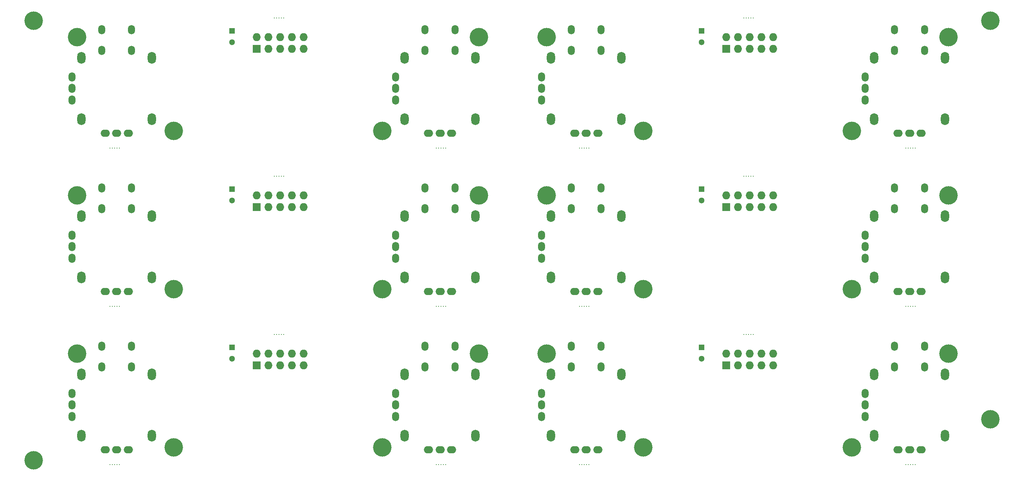
<source format=gbs>
G04 #@! TF.FileFunction,Soldermask,Bot*
%FSLAX46Y46*%
G04 Gerber Fmt 4.6, Leading zero omitted, Abs format (unit mm)*
G04 Created by KiCad (PCBNEW (2015-01-16 BZR 5376)-product) date 23/06/2015 15:38:06*
%MOMM*%
G01*
G04 APERTURE LIST*
%ADD10C,0.100000*%
%ADD11C,4.000000*%
%ADD12C,0.300000*%
%ADD13R,1.727200X1.727200*%
%ADD14O,1.727200X1.727200*%
%ADD15R,1.300000X1.300000*%
%ADD16C,1.300000*%
%ADD17O,1.800000X2.600000*%
%ADD18O,1.524000X2.000000*%
%ADD19O,2.000000X1.540000*%
G04 APERTURE END LIST*
D10*
D11*
X245110000Y-68580000D03*
X245110000Y-154940000D03*
X38100000Y-163830000D03*
X38100000Y-68580000D03*
D12*
X156210000Y-96139000D03*
D13*
X187960000Y-74676000D03*
D14*
X187960000Y-72136000D03*
X190500000Y-74676000D03*
X190500000Y-72136000D03*
X193040000Y-74676000D03*
X193040000Y-72136000D03*
X195580000Y-74676000D03*
X195580000Y-72136000D03*
X198120000Y-74676000D03*
X198120000Y-72136000D03*
D15*
X182658000Y-70736000D03*
D16*
X182658000Y-73236000D03*
D11*
X170053000Y-92456000D03*
X236093000Y-72136000D03*
X215138000Y-92456000D03*
X149098000Y-72136000D03*
D17*
X150008000Y-76586000D03*
X165308000Y-76586000D03*
X165308000Y-89886000D03*
X150008000Y-89886000D03*
D18*
X148008000Y-83236000D03*
X148008000Y-80736000D03*
X148008000Y-85736000D03*
D19*
X157658000Y-92986000D03*
X155158000Y-92986000D03*
X160158000Y-92986000D03*
D18*
X154408000Y-74986000D03*
X160908000Y-74986000D03*
X160908000Y-70486000D03*
X154408000Y-70486000D03*
D17*
X220008000Y-76586000D03*
X235308000Y-76586000D03*
X235308000Y-89886000D03*
X220008000Y-89886000D03*
D18*
X218008000Y-83236000D03*
X218008000Y-80736000D03*
X218008000Y-85736000D03*
D19*
X227658000Y-92986000D03*
X225158000Y-92986000D03*
X230158000Y-92986000D03*
D18*
X224408000Y-74986000D03*
X230908000Y-74986000D03*
X230908000Y-70486000D03*
X224408000Y-70486000D03*
D12*
X156718000Y-96139000D03*
X157734000Y-96139000D03*
X157226000Y-96139000D03*
X158242000Y-96139000D03*
X193802000Y-67945000D03*
X192786000Y-67945000D03*
X193294000Y-67945000D03*
X192278000Y-67945000D03*
X191770000Y-67945000D03*
X228854000Y-96139000D03*
X227838000Y-96139000D03*
X228346000Y-96139000D03*
X227330000Y-96139000D03*
X226822000Y-96139000D03*
X226822000Y-130429000D03*
X227330000Y-130429000D03*
X228346000Y-130429000D03*
X227838000Y-130429000D03*
X228854000Y-130429000D03*
X191770000Y-102235000D03*
X192278000Y-102235000D03*
X193294000Y-102235000D03*
X192786000Y-102235000D03*
X193802000Y-102235000D03*
X158242000Y-130429000D03*
X157226000Y-130429000D03*
X157734000Y-130429000D03*
X156718000Y-130429000D03*
D17*
X220008000Y-110876000D03*
X235308000Y-110876000D03*
X235308000Y-124176000D03*
X220008000Y-124176000D03*
D18*
X218008000Y-117526000D03*
X218008000Y-115026000D03*
X218008000Y-120026000D03*
D19*
X227658000Y-127276000D03*
X225158000Y-127276000D03*
X230158000Y-127276000D03*
D18*
X224408000Y-109276000D03*
X230908000Y-109276000D03*
X230908000Y-104776000D03*
X224408000Y-104776000D03*
D17*
X150008000Y-110876000D03*
X165308000Y-110876000D03*
X165308000Y-124176000D03*
X150008000Y-124176000D03*
D18*
X148008000Y-117526000D03*
X148008000Y-115026000D03*
X148008000Y-120026000D03*
D19*
X157658000Y-127276000D03*
X155158000Y-127276000D03*
X160158000Y-127276000D03*
D18*
X154408000Y-109276000D03*
X160908000Y-109276000D03*
X160908000Y-104776000D03*
X154408000Y-104776000D03*
D11*
X149098000Y-106426000D03*
X215138000Y-126746000D03*
X236093000Y-106426000D03*
X170053000Y-126746000D03*
D15*
X182658000Y-105026000D03*
D16*
X182658000Y-107526000D03*
D13*
X187960000Y-108966000D03*
D14*
X187960000Y-106426000D03*
X190500000Y-108966000D03*
X190500000Y-106426000D03*
X193040000Y-108966000D03*
X193040000Y-106426000D03*
X195580000Y-108966000D03*
X195580000Y-106426000D03*
X198120000Y-108966000D03*
X198120000Y-106426000D03*
D12*
X156210000Y-130429000D03*
X156210000Y-164719000D03*
D13*
X187960000Y-143256000D03*
D14*
X187960000Y-140716000D03*
X190500000Y-143256000D03*
X190500000Y-140716000D03*
X193040000Y-143256000D03*
X193040000Y-140716000D03*
X195580000Y-143256000D03*
X195580000Y-140716000D03*
X198120000Y-143256000D03*
X198120000Y-140716000D03*
D15*
X182658000Y-139316000D03*
D16*
X182658000Y-141816000D03*
D11*
X170053000Y-161036000D03*
X236093000Y-140716000D03*
X215138000Y-161036000D03*
X149098000Y-140716000D03*
D17*
X150008000Y-145166000D03*
X165308000Y-145166000D03*
X165308000Y-158466000D03*
X150008000Y-158466000D03*
D18*
X148008000Y-151816000D03*
X148008000Y-149316000D03*
X148008000Y-154316000D03*
D19*
X157658000Y-161566000D03*
X155158000Y-161566000D03*
X160158000Y-161566000D03*
D18*
X154408000Y-143566000D03*
X160908000Y-143566000D03*
X160908000Y-139066000D03*
X154408000Y-139066000D03*
D17*
X220008000Y-145166000D03*
X235308000Y-145166000D03*
X235308000Y-158466000D03*
X220008000Y-158466000D03*
D18*
X218008000Y-151816000D03*
X218008000Y-149316000D03*
X218008000Y-154316000D03*
D19*
X227658000Y-161566000D03*
X225158000Y-161566000D03*
X230158000Y-161566000D03*
D18*
X224408000Y-143566000D03*
X230908000Y-143566000D03*
X230908000Y-139066000D03*
X224408000Y-139066000D03*
D12*
X156718000Y-164719000D03*
X157734000Y-164719000D03*
X157226000Y-164719000D03*
X158242000Y-164719000D03*
X193802000Y-136525000D03*
X192786000Y-136525000D03*
X193294000Y-136525000D03*
X192278000Y-136525000D03*
X191770000Y-136525000D03*
X228854000Y-164719000D03*
X227838000Y-164719000D03*
X228346000Y-164719000D03*
X227330000Y-164719000D03*
X226822000Y-164719000D03*
X125222000Y-164719000D03*
X125730000Y-164719000D03*
X126746000Y-164719000D03*
X126238000Y-164719000D03*
X127254000Y-164719000D03*
X90170000Y-136525000D03*
X90678000Y-136525000D03*
X91694000Y-136525000D03*
X91186000Y-136525000D03*
X92202000Y-136525000D03*
X56642000Y-164719000D03*
X55626000Y-164719000D03*
X56134000Y-164719000D03*
X55118000Y-164719000D03*
D17*
X118408000Y-145166000D03*
X133708000Y-145166000D03*
X133708000Y-158466000D03*
X118408000Y-158466000D03*
D18*
X116408000Y-151816000D03*
X116408000Y-149316000D03*
X116408000Y-154316000D03*
D19*
X126058000Y-161566000D03*
X123558000Y-161566000D03*
X128558000Y-161566000D03*
D18*
X122808000Y-143566000D03*
X129308000Y-143566000D03*
X129308000Y-139066000D03*
X122808000Y-139066000D03*
D17*
X48408000Y-145166000D03*
X63708000Y-145166000D03*
X63708000Y-158466000D03*
X48408000Y-158466000D03*
D18*
X46408000Y-151816000D03*
X46408000Y-149316000D03*
X46408000Y-154316000D03*
D19*
X56058000Y-161566000D03*
X53558000Y-161566000D03*
X58558000Y-161566000D03*
D18*
X52808000Y-143566000D03*
X59308000Y-143566000D03*
X59308000Y-139066000D03*
X52808000Y-139066000D03*
D11*
X47498000Y-140716000D03*
X113538000Y-161036000D03*
X134493000Y-140716000D03*
X68453000Y-161036000D03*
D15*
X81058000Y-139316000D03*
D16*
X81058000Y-141816000D03*
D13*
X86360000Y-143256000D03*
D14*
X86360000Y-140716000D03*
X88900000Y-143256000D03*
X88900000Y-140716000D03*
X91440000Y-143256000D03*
X91440000Y-140716000D03*
X93980000Y-143256000D03*
X93980000Y-140716000D03*
X96520000Y-143256000D03*
X96520000Y-140716000D03*
D12*
X54610000Y-164719000D03*
X54610000Y-130429000D03*
D13*
X86360000Y-108966000D03*
D14*
X86360000Y-106426000D03*
X88900000Y-108966000D03*
X88900000Y-106426000D03*
X91440000Y-108966000D03*
X91440000Y-106426000D03*
X93980000Y-108966000D03*
X93980000Y-106426000D03*
X96520000Y-108966000D03*
X96520000Y-106426000D03*
D15*
X81058000Y-105026000D03*
D16*
X81058000Y-107526000D03*
D11*
X68453000Y-126746000D03*
X134493000Y-106426000D03*
X113538000Y-126746000D03*
X47498000Y-106426000D03*
D17*
X48408000Y-110876000D03*
X63708000Y-110876000D03*
X63708000Y-124176000D03*
X48408000Y-124176000D03*
D18*
X46408000Y-117526000D03*
X46408000Y-115026000D03*
X46408000Y-120026000D03*
D19*
X56058000Y-127276000D03*
X53558000Y-127276000D03*
X58558000Y-127276000D03*
D18*
X52808000Y-109276000D03*
X59308000Y-109276000D03*
X59308000Y-104776000D03*
X52808000Y-104776000D03*
D17*
X118408000Y-110876000D03*
X133708000Y-110876000D03*
X133708000Y-124176000D03*
X118408000Y-124176000D03*
D18*
X116408000Y-117526000D03*
X116408000Y-115026000D03*
X116408000Y-120026000D03*
D19*
X126058000Y-127276000D03*
X123558000Y-127276000D03*
X128558000Y-127276000D03*
D18*
X122808000Y-109276000D03*
X129308000Y-109276000D03*
X129308000Y-104776000D03*
X122808000Y-104776000D03*
D12*
X55118000Y-130429000D03*
X56134000Y-130429000D03*
X55626000Y-130429000D03*
X56642000Y-130429000D03*
X92202000Y-102235000D03*
X91186000Y-102235000D03*
X91694000Y-102235000D03*
X90678000Y-102235000D03*
X90170000Y-102235000D03*
X127254000Y-130429000D03*
X126238000Y-130429000D03*
X126746000Y-130429000D03*
X125730000Y-130429000D03*
X125222000Y-130429000D03*
X125222000Y-96139000D03*
X125730000Y-96139000D03*
X126746000Y-96139000D03*
X126238000Y-96139000D03*
X127254000Y-96139000D03*
X90170000Y-67945000D03*
X90678000Y-67945000D03*
X91694000Y-67945000D03*
X91186000Y-67945000D03*
X92202000Y-67945000D03*
X56642000Y-96139000D03*
X55626000Y-96139000D03*
X56134000Y-96139000D03*
X55118000Y-96139000D03*
D17*
X118408000Y-76586000D03*
X133708000Y-76586000D03*
X133708000Y-89886000D03*
X118408000Y-89886000D03*
D18*
X116408000Y-83236000D03*
X116408000Y-80736000D03*
X116408000Y-85736000D03*
D19*
X126058000Y-92986000D03*
X123558000Y-92986000D03*
X128558000Y-92986000D03*
D18*
X122808000Y-74986000D03*
X129308000Y-74986000D03*
X129308000Y-70486000D03*
X122808000Y-70486000D03*
D17*
X48408000Y-76586000D03*
X63708000Y-76586000D03*
X63708000Y-89886000D03*
X48408000Y-89886000D03*
D18*
X46408000Y-83236000D03*
X46408000Y-80736000D03*
X46408000Y-85736000D03*
D19*
X56058000Y-92986000D03*
X53558000Y-92986000D03*
X58558000Y-92986000D03*
D18*
X52808000Y-74986000D03*
X59308000Y-74986000D03*
X59308000Y-70486000D03*
X52808000Y-70486000D03*
D11*
X47498000Y-72136000D03*
X113538000Y-92456000D03*
X134493000Y-72136000D03*
X68453000Y-92456000D03*
D15*
X81058000Y-70736000D03*
D16*
X81058000Y-73236000D03*
D13*
X86360000Y-74676000D03*
D14*
X86360000Y-72136000D03*
X88900000Y-74676000D03*
X88900000Y-72136000D03*
X91440000Y-74676000D03*
X91440000Y-72136000D03*
X93980000Y-74676000D03*
X93980000Y-72136000D03*
X96520000Y-74676000D03*
X96520000Y-72136000D03*
D12*
X54610000Y-96139000D03*
M02*

</source>
